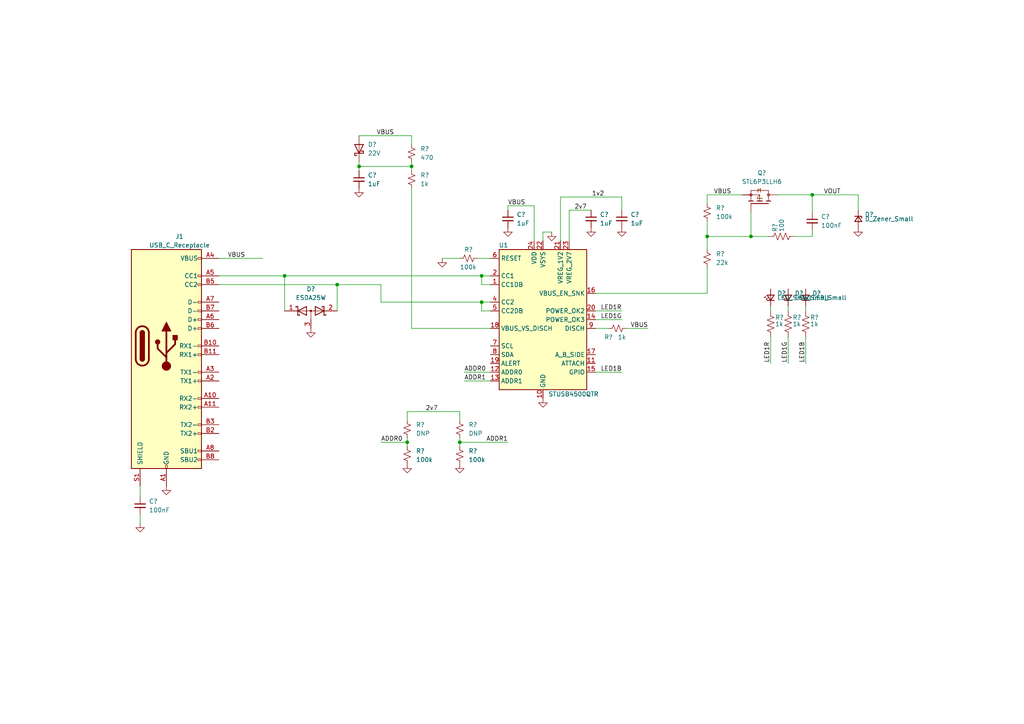
<source format=kicad_sch>
(kicad_sch (version 20201015) (generator eeschema)
  (paper "A4")
  (lib_symbols
    (symbol "Connector:USB_C_Receptacle" (pin_names (offset 1.016))
      (property "Reference" "J" (at -10.16 29.21 0))
      (property "Value" "USB_C_Receptacle" (at 10.16 29.21 0))
      (symbol "USB_C_Receptacle_0_0"
        (rectangle (start -0.254 -35.56) (end 0.254 -34.544))
        (rectangle (start 10.16 -32.766) (end 9.144 -33.274))
        (rectangle (start 10.16 -30.226) (end 9.144 -30.734))
        (rectangle (start 10.16 -25.146) (end 9.144 -25.654))
        (rectangle (start 10.16 -22.606) (end 9.144 -23.114))
        (rectangle (start 10.16 -17.526) (end 9.144 -18.034))
        (rectangle (start 10.16 -14.986) (end 9.144 -15.494))
        (rectangle (start 10.16 -9.906) (end 9.144 -10.414))
        (rectangle (start 10.16 -7.366) (end 9.144 -7.874))
        (rectangle (start 10.16 -2.286) (end 9.144 -2.794))
        (rectangle (start 10.16 0.254) (end 9.144 -0.254))
        (rectangle (start 10.16 5.334) (end 9.144 4.826))
        (rectangle (start 10.16 7.874) (end 9.144 7.366))
        (rectangle (start 10.16 10.414) (end 9.144 9.906))
        (rectangle (start 10.16 12.954) (end 9.144 12.446))
        (rectangle (start 10.16 18.034) (end 9.144 17.526))
        (rectangle (start 10.16 20.574) (end 9.144 20.066))
        (rectangle (start 10.16 25.654) (end 9.144 25.146))
      )
      (symbol "USB_C_Receptacle_0_1"
        (arc (start -8.89 -3.81) (end -5.08 -3.81) (radius (at -6.985 -3.81) (length 1.905) (angles -179.9 -0.1)) (stroke (width 0.508)))
        (arc (start -7.62 -3.81) (end -6.35 -3.81) (radius (at -6.985 -3.81) (length 0.635) (angles -179.9 -0.1)) (stroke (width 0.254)))
        (arc (start -7.62 -3.81) (end -6.35 -3.81) (radius (at -6.985 -3.81) (length 0.635) (angles -179.9 -0.1)) (stroke (width 0.254)) (fill (type outline)))
        (arc (start -6.35 3.81) (end -7.62 3.81) (radius (at -6.985 3.81) (length 0.635) (angles 0.1 179.9)) (stroke (width 0.254)) (fill (type outline)))
        (arc (start -6.35 3.81) (end -7.62 3.81) (radius (at -6.985 3.81) (length 0.635) (angles 0.1 179.9)) (stroke (width 0.254)))
        (arc (start -5.08 3.81) (end -8.89 3.81) (radius (at -6.985 3.81) (length 1.905) (angles 0.1 179.9)) (stroke (width 0.508)))
        (rectangle (start -10.16 27.94) (end 10.16 -35.56) (stroke (width 0.254)) (fill (type background)))
        (rectangle (start -7.62 -3.81) (end -6.35 3.81) (stroke (width 0.254)) (fill (type outline)))
        (polyline (pts (xy -8.89 -3.81) (xy -8.89 3.81)) (stroke (width 0.508)))
        (polyline (pts (xy -5.08 3.81) (xy -5.08 -3.81)) (stroke (width 0.508)))
      )
      (symbol "USB_C_Receptacle_1_1"
        (circle (center -2.54 1.143) (radius 0.635) (stroke (width 0.254)) (fill (type outline)))
        (circle (center 0 -5.842) (radius 1.27) (fill (type outline)))
        (rectangle (start 1.905 1.778) (end 3.175 3.048) (stroke (width 0.254)) (fill (type outline)))
        (polyline (pts (xy 0 -5.842) (xy 0 4.318)) (stroke (width 0.508)))
        (polyline (pts (xy 0 -3.302) (xy -2.54 -0.762) (xy -2.54 0.508)) (stroke (width 0.508)))
        (polyline (pts (xy 0 -2.032) (xy 2.54 0.508) (xy 2.54 1.778)) (stroke (width 0.508)))
        (polyline (pts (xy -1.27 4.318) (xy 0 6.858) (xy 1.27 4.318) (xy -1.27 4.318)) (stroke (width 0.254)) (fill (type outline)))
        (pin passive line (at 0 -40.64 90) (length 5.08) (name "GND") (number "A1"))
        (pin bidirectional line (at 15.24 -15.24 180) (length 5.08) (name "RX2-") (number "A10"))
        (pin bidirectional line (at 15.24 -17.78 180) (length 5.08) (name "RX2+") (number "A11"))
        (pin passive line (at 0 -40.64 90) (length 5.08) hide (name "GND") (number "A12"))
        (pin bidirectional line (at 15.24 -10.16 180) (length 5.08) (name "TX1+") (number "A2"))
        (pin bidirectional line (at 15.24 -7.62 180) (length 5.08) (name "TX1-") (number "A3"))
        (pin passive line (at 15.24 25.4 180) (length 5.08) (name "VBUS") (number "A4"))
        (pin bidirectional line (at 15.24 20.32 180) (length 5.08) (name "CC1") (number "A5"))
        (pin bidirectional line (at 15.24 7.62 180) (length 5.08) (name "D+") (number "A6"))
        (pin bidirectional line (at 15.24 12.7 180) (length 5.08) (name "D-") (number "A7"))
        (pin bidirectional line (at 15.24 -30.48 180) (length 5.08) (name "SBU1") (number "A8"))
        (pin passive line (at 15.24 25.4 180) (length 5.08) hide (name "VBUS") (number "A9"))
        (pin passive line (at 0 -40.64 90) (length 5.08) hide (name "GND") (number "B1"))
        (pin bidirectional line (at 15.24 0 180) (length 5.08) (name "RX1-") (number "B10"))
        (pin bidirectional line (at 15.24 -2.54 180) (length 5.08) (name "RX1+") (number "B11"))
        (pin passive line (at 0 -40.64 90) (length 5.08) hide (name "GND") (number "B12"))
        (pin bidirectional line (at 15.24 -25.4 180) (length 5.08) (name "TX2+") (number "B2"))
        (pin bidirectional line (at 15.24 -22.86 180) (length 5.08) (name "TX2-") (number "B3"))
        (pin passive line (at 15.24 25.4 180) (length 5.08) hide (name "VBUS") (number "B4"))
        (pin bidirectional line (at 15.24 17.78 180) (length 5.08) (name "CC2") (number "B5"))
        (pin bidirectional line (at 15.24 5.08 180) (length 5.08) (name "D+") (number "B6"))
        (pin bidirectional line (at 15.24 10.16 180) (length 5.08) (name "D-") (number "B7"))
        (pin bidirectional line (at 15.24 -33.02 180) (length 5.08) (name "SBU2") (number "B8"))
        (pin passive line (at 15.24 25.4 180) (length 5.08) hide (name "VBUS") (number "B9"))
        (pin passive line (at -7.62 -40.64 90) (length 5.08) (name "SHIELD") (number "S1"))
      )
    )
    (symbol "Device:C_Small" (pin_numbers hide) (pin_names (offset 0.254) hide)
      (property "Reference" "C" (at 0.254 1.778 0))
      (property "Value" "C_Small" (at 0.254 -2.032 0))
      (symbol "C_Small_0_1"
        (polyline (pts (xy -1.524 -0.508) (xy 1.524 -0.508)) (stroke (width 0.3302)))
        (polyline (pts (xy -1.524 0.508) (xy 1.524 0.508)) (stroke (width 0.3048)))
      )
      (symbol "C_Small_1_1"
        (pin passive line (at 0 2.54 270) (length 2.032) (name "~") (number "1"))
        (pin passive line (at 0 -2.54 90) (length 2.032) (name "~") (number "2"))
      )
    )
    (symbol "Device:D_Schottky" (pin_numbers hide) (pin_names (offset 1.016) hide)
      (property "Reference" "D" (at 0 2.54 0))
      (property "Value" "D_Schottky" (at 0 -2.54 0))
      (symbol "D_Schottky_0_1"
        (polyline (pts (xy 1.27 0) (xy -1.27 0)))
        (polyline (pts (xy 1.27 1.27) (xy 1.27 -1.27) (xy -1.27 0) (xy 1.27 1.27)) (stroke (width 0.254)))
        (polyline (pts (xy -1.905 0.635) (xy -1.905 1.27) (xy -1.27 1.27) (xy -1.27 -1.27) (xy -0.635 -1.27) (xy -0.635 -0.635)) (stroke (width 0.254)))
      )
      (symbol "D_Schottky_1_1"
        (pin passive line (at -3.81 0 0) (length 2.54) (name "K") (number "1"))
        (pin passive line (at 3.81 0 180) (length 2.54) (name "A") (number "2"))
      )
    )
    (symbol "Device:D_Schottky_Dual_CommonAnode_KKA" (pin_names (offset 0.762) hide)
      (property "Reference" "D" (at 1.27 -2.54 0))
      (property "Value" "D_Schottky_Dual_CommonAnode_KKA" (at 0 2.54 0))
      (symbol "D_Schottky_Dual_CommonAnode_KKA_0_1"
        (circle (center 0 0) (radius 0.254) (fill (type outline)))
        (polyline (pts (xy -3.556 0) (xy 3.81 0)))
        (polyline (pts (xy 0 0) (xy 0 -2.54)))
        (polyline (pts (xy -3.81 1.27) (xy -3.81 -1.27) (xy -3.81 -1.27)) (stroke (width 0.254)))
        (polyline (pts (xy 3.81 1.27) (xy 3.81 -1.27) (xy 3.81 -1.27)) (stroke (width 0.254)))
        (polyline (pts (xy -3.81 1.27) (xy -4.318 1.27) (xy -4.318 1.016) (xy -4.318 1.016)) (stroke (width 0.254)))
        (polyline (pts (xy 3.81 -1.27) (xy 4.318 -1.27) (xy 4.318 -1.016) (xy 4.318 -1.016)) (stroke (width 0.254)))
        (polyline (pts (xy 3.81 1.27) (xy 3.302 1.27) (xy 3.302 1.016) (xy 3.302 1.016)) (stroke (width 0.254)))
        (polyline (pts (xy -3.302 -1.016) (xy -3.302 -1.27) (xy -3.81 -1.27) (xy -3.81 -1.27) (xy -3.81 -1.27)) (stroke (width 0.254)))
        (polyline (pts (xy -1.27 -1.27) (xy -3.81 0) (xy -1.27 1.27) (xy -1.27 -1.27) (xy -1.27 -1.27) (xy -1.27 -1.27)) (stroke (width 0.254)))
        (polyline (pts (xy 1.27 1.27) (xy 3.81 0) (xy 1.27 -1.27) (xy 1.27 1.27) (xy 1.27 1.27) (xy 1.27 1.27)) (stroke (width 0.254)))
        (pin passive line (at -7.62 0 0) (length 3.81) (name "K") (number "1"))
        (pin passive line (at 7.62 0 180) (length 3.81) (name "K") (number "2"))
        (pin passive line (at 0 -5.08 90) (length 2.54) (name "A") (number "3"))
      )
    )
    (symbol "Device:D_Zener_Small" (pin_numbers hide) (pin_names (offset 0.254) hide)
      (property "Reference" "D" (at 0 2.286 0))
      (property "Value" "D_Zener_Small" (at 0 -2.286 0))
      (symbol "D_Zener_Small_0_1"
        (polyline (pts (xy 0.762 0) (xy -0.762 0)))
        (polyline (pts (xy -0.254 1.016) (xy -0.762 1.016) (xy -0.762 -1.016)) (stroke (width 0.254)))
        (polyline (pts (xy 0.762 1.016) (xy -0.762 0) (xy 0.762 -1.016) (xy 0.762 1.016)) (stroke (width 0.254)))
      )
      (symbol "D_Zener_Small_1_1"
        (pin passive line (at -2.54 0 0) (length 1.778) (name "K") (number "1"))
        (pin passive line (at 2.54 0 180) (length 1.778) (name "A") (number "2"))
      )
    )
    (symbol "Device:LED_Small" (pin_numbers hide) (pin_names (offset 0.254) hide)
      (property "Reference" "D" (at -1.27 3.175 0))
      (property "Value" "LED_Small" (at -4.445 -2.54 0))
      (symbol "LED_Small_0_1"
        (polyline (pts (xy -0.762 -1.016) (xy -0.762 1.016)) (stroke (width 0.254)))
        (polyline (pts (xy 1.016 0) (xy -0.762 0)))
        (polyline (pts (xy 0.762 -1.016) (xy -0.762 0) (xy 0.762 1.016) (xy 0.762 -1.016)) (stroke (width 0.254)))
        (polyline (pts (xy 0 0.762) (xy -0.508 1.27) (xy -0.254 1.27) (xy -0.508 1.27) (xy -0.508 1.016)))
        (polyline (pts (xy 0.508 1.27) (xy 0 1.778) (xy 0.254 1.778) (xy 0 1.778) (xy 0 1.524)))
      )
      (symbol "LED_Small_1_1"
        (pin passive line (at -2.54 0 0) (length 1.778) (name "K") (number "1"))
        (pin passive line (at 2.54 0 180) (length 1.778) (name "A") (number "2"))
      )
    )
    (symbol "Device:R_Small_US" (pin_numbers hide) (pin_names (offset 0.254) hide)
      (property "Reference" "R" (at 0.762 0.508 0))
      (property "Value" "R_Small_US" (at 0.762 -1.016 0))
      (symbol "R_Small_US_1_1"
        (polyline (pts (xy 0 0) (xy 1.016 -0.381) (xy 0 -0.762) (xy -1.016 -1.143) (xy 0 -1.524)))
        (polyline (pts (xy 0 1.524) (xy 1.016 1.143) (xy 0 0.762) (xy -1.016 0.381) (xy 0 0)))
        (pin passive line (at 0 2.54 270) (length 1.016) (name "~") (number "1"))
        (pin passive line (at 0 -2.54 90) (length 1.016) (name "~") (number "2"))
      )
    )
    (symbol "Device:R_US" (pin_numbers hide) (pin_names (offset 0))
      (property "Reference" "R" (at 2.54 0 90))
      (property "Value" "R_US" (at -2.54 0 90))
      (symbol "R_US_0_1"
        (polyline (pts (xy 0 -2.286) (xy 0 -2.54)))
        (polyline (pts (xy 0 2.286) (xy 0 2.54)))
        (polyline (pts (xy 0 -0.762) (xy 1.016 -1.143) (xy 0 -1.524) (xy -1.016 -1.905) (xy 0 -2.286)))
        (polyline (pts (xy 0 0.762) (xy 1.016 0.381) (xy 0 0) (xy -1.016 -0.381) (xy 0 -0.762)))
        (polyline (pts (xy 0 2.286) (xy 1.016 1.905) (xy 0 1.524) (xy -1.016 1.143) (xy 0 0.762)))
      )
      (symbol "R_US_1_1"
        (pin passive line (at 0 3.81 270) (length 1.27) (name "~") (number "1"))
        (pin passive line (at 0 -3.81 90) (length 1.27) (name "~") (number "2"))
      )
    )
    (symbol "Interface_USB:STUSB4500QTR"
      (property "Reference" "U" (at -12.7 21.59 0))
      (property "Value" "STUSB4500QTR" (at 8.89 -21.59 0))
      (symbol "STUSB4500QTR_0_1"
        (rectangle (start -12.7 20.32) (end 12.7 -20.32) (stroke (width 0.254)) (fill (type background)))
      )
      (symbol "STUSB4500QTR_1_1"
        (pin bidirectional line (at -15.24 10.16 0) (length 2.54) (name "CC1DB") (number "1"))
        (pin power_in line (at 0 -22.86 90) (length 2.54) (name "GND") (number "10"))
        (pin open_collector line (at 15.24 -12.7 180) (length 2.54) (name "ATTACH") (number "11"))
        (pin input line (at -15.24 -15.24 0) (length 2.54) (name "ADDR0") (number "12"))
        (pin input line (at -15.24 -17.78 0) (length 2.54) (name "ADDR1") (number "13"))
        (pin open_collector line (at 15.24 0 180) (length 2.54) (name "POWER_OK3") (number "14"))
        (pin open_collector line (at 15.24 -15.24 180) (length 2.54) (name "GPIO") (number "15"))
        (pin open_collector line (at 15.24 7.62 180) (length 2.54) (name "VBUS_EN_SNK") (number "16"))
        (pin open_collector line (at 15.24 -10.16 180) (length 2.54) (name "A_B_SIDE") (number "17"))
        (pin input line (at -15.24 -2.54 0) (length 2.54) (name "VBUS_VS_DISCH") (number "18"))
        (pin open_collector line (at -15.24 -12.7 0) (length 2.54) (name "ALERT") (number "19"))
        (pin bidirectional line (at -15.24 12.7 0) (length 2.54) (name "CC1") (number "2"))
        (pin open_collector line (at 15.24 2.54 180) (length 2.54) (name "POWER_OK2") (number "20"))
        (pin power_out line (at 5.08 22.86 270) (length 2.54) (name "VREG_1V2") (number "21"))
        (pin power_in line (at 0 22.86 270) (length 2.54) (name "VSYS") (number "22"))
        (pin power_out line (at 7.62 22.86 270) (length 2.54) (name "VREG_2V7") (number "23"))
        (pin power_in line (at -2.54 22.86 270) (length 2.54) (name "VDD") (number "24"))
        (pin passive line (at 0 -22.86 90) (length 2.54) hide (name "GND") (number "25"))
        (pin unconnected line (at -12.7 15.24 0) (length 2.54) hide (name "NC") (number "3"))
        (pin bidirectional line (at -15.24 5.08 0) (length 2.54) (name "CC2") (number "4"))
        (pin bidirectional line (at -15.24 2.54 0) (length 2.54) (name "CC2DB") (number "5"))
        (pin input line (at -15.24 17.78 0) (length 2.54) (name "RESET") (number "6"))
        (pin input line (at -15.24 -7.62 0) (length 2.54) (name "SCL") (number "7"))
        (pin bidirectional line (at -15.24 -10.16 0) (length 2.54) (name "SDA") (number "8"))
        (pin bidirectional line (at 15.24 -2.54 180) (length 2.54) (name "DISCH") (number "9"))
      )
    )
    (symbol "STFET:STL6P3LLH6" (pin_numbers hide) (pin_names (offset 1.016) hide)
      (property "Reference" "Q" (at -8.89 3.81 0))
      (property "Value" "STL6P3LLH6" (at -8.89 -6.35 0))
      (symbol "STL6P3LLH6_0_0"
        (circle (center 2.54 2.54) (radius 0.3556))
        (circle (center 2.54 -2.54) (radius 0.3556))
        (polyline (pts (xy 0.762 -0.762) (xy 0.762 0)) (stroke (width 0.254)))
        (polyline (pts (xy 0.762 0) (xy 0.762 0.762)) (stroke (width 0.254)))
        (polyline (pts (xy 0.762 -3.175) (xy 0.762 -2.54)) (stroke (width 0.254)))
        (polyline (pts (xy 0.762 -2.54) (xy 0.762 -1.905)) (stroke (width 0.254)))
        (polyline (pts (xy 0.762 0) (xy 2.54 0)) (stroke (width 0.1524)))
        (polyline (pts (xy 2.54 0) (xy 2.54 2.54)) (stroke (width 0.1524)))
        (polyline (pts (xy 0.762 1.905) (xy 0.762 2.54)) (stroke (width 0.254)))
        (polyline (pts (xy 0.762 2.54) (xy 0.762 3.175)) (stroke (width 0.254)))
        (polyline (pts (xy 0 -2.54) (xy 0 2.54)) (stroke (width 0.254)))
        (polyline (pts (xy 2.54 2.54) (xy 0.762 2.54)) (stroke (width 0.1524)))
        (polyline (pts (xy 3.81 -2.54) (xy 3.81 0.508)) (stroke (width 0.1524)))
        (polyline (pts (xy 3.81 0.508) (xy 3.81 2.54)) (stroke (width 0.1524)))
        (polyline (pts (xy 2.54 2.54) (xy 3.81 2.54)) (stroke (width 0.1524)))
        (polyline (pts (xy 0.762 -2.54) (xy 3.81 -2.54)) (stroke (width 0.1524)))
        (polyline (pts (xy 3.302 0.508) (xy 3.81 0.508)) (stroke (width 0.1524)))
        (polyline (pts (xy 3.81 0.508) (xy 4.318 0.508)) (stroke (width 0.1524)))
        (polyline (pts (xy 3.81 0.508) (xy 4.318 -0.254) (xy 3.302 -0.254)) (stroke (width 0.1524)) (fill (type background)))
        (polyline (pts (xy 2.54 0) (xy 1.524 0.762) (xy 1.524 -0.762)) (stroke (width 0.1524)) (fill (type background)))
        (pin passive line (at 2.54 5.08 270) (length 2.54) (name "~") (number "1"))
        (pin passive line (at 2.54 5.08 270) (length 2.54) (name "~") (number "2"))
        (pin passive line (at 2.54 5.08 270) (length 2.54) (name "~") (number "3"))
        (pin passive line (at -2.54 2.54 0) (length 2.54) (name "~") (number "4"))
        (pin passive line (at 2.54 -5.08 90) (length 2.54) (name "~") (number "5_8"))
      )
    )
    (symbol "power:GND" (power) (pin_names (offset 0))
      (property "Value" "GND" (at 0 -3.81 0))
      (symbol "GND_0_1"
        (polyline (pts (xy 0 0) (xy 0 -1.27) (xy 1.27 -1.27) (xy 0 -2.54) (xy -1.27 -1.27) (xy 0 -1.27)))
      )
      (symbol "GND_1_1"
        (pin power_in line (at 0 0 270) (length 0) hide (name "GND") (number "1"))
      )
    )
  )
  (junction (at 82.55 80.01) (diameter 0.9144))
  (junction (at 97.79 82.55) (diameter 0.9144))
  (junction (at 104.14 48.26) (diameter 0.9144))
  (junction (at 118.11 128.27) (diameter 0.9144))
  (junction (at 119.38 48.26) (diameter 0.9144))
  (junction (at 133.35 128.27) (diameter 0.9144))
  (junction (at 139.7 80.01) (diameter 0.9144))
  (junction (at 139.7 87.63) (diameter 0.9144))
  (junction (at 205.105 68.58) (diameter 0.9144))
  (junction (at 217.805 68.58) (diameter 0.9144))
  (junction (at 235.585 56.515) (diameter 0.9144))
  (wire (pts (xy 40.64 140.97) (xy 40.64 144.145)))
  (wire (pts (xy 40.64 149.225) (xy 40.64 151.765)))
  (wire (pts (xy 63.5 74.93) (xy 76.2 74.93)))
  (wire (pts (xy 63.5 80.01) (xy 82.55 80.01)))
  (wire (pts (xy 63.5 82.55) (xy 97.79 82.55)))
  (wire (pts (xy 82.55 80.01) (xy 82.55 90.17)))
  (wire (pts (xy 82.55 80.01) (xy 139.7 80.01)))
  (wire (pts (xy 97.79 82.55) (xy 97.79 90.17)))
  (wire (pts (xy 97.79 82.55) (xy 110.49 82.55)))
  (wire (pts (xy 104.14 39.37) (xy 119.38 39.37)))
  (wire (pts (xy 104.14 46.99) (xy 104.14 48.26)))
  (wire (pts (xy 104.14 48.26) (xy 104.14 49.53)))
  (wire (pts (xy 104.14 48.26) (xy 119.38 48.26)))
  (wire (pts (xy 110.49 87.63) (xy 110.49 82.55)))
  (wire (pts (xy 110.49 128.27) (xy 118.11 128.27)))
  (wire (pts (xy 118.11 119.38) (xy 118.11 121.92)))
  (wire (pts (xy 118.11 119.38) (xy 133.35 119.38)))
  (wire (pts (xy 118.11 127) (xy 118.11 128.27)))
  (wire (pts (xy 118.11 128.27) (xy 118.11 129.54)))
  (wire (pts (xy 119.38 39.37) (xy 119.38 41.91)))
  (wire (pts (xy 119.38 46.99) (xy 119.38 48.26)))
  (wire (pts (xy 119.38 48.26) (xy 119.38 49.53)))
  (wire (pts (xy 119.38 54.61) (xy 119.38 95.25)))
  (wire (pts (xy 119.38 95.25) (xy 142.24 95.25)))
  (wire (pts (xy 128.27 74.93) (xy 133.35 74.93)))
  (wire (pts (xy 133.35 119.38) (xy 133.35 121.92)))
  (wire (pts (xy 133.35 127) (xy 133.35 128.27)))
  (wire (pts (xy 133.35 128.27) (xy 133.35 129.54)))
  (wire (pts (xy 133.35 128.27) (xy 147.32 128.27)))
  (wire (pts (xy 134.62 107.95) (xy 142.24 107.95)))
  (wire (pts (xy 134.62 110.49) (xy 142.24 110.49)))
  (wire (pts (xy 138.43 74.93) (xy 142.24 74.93)))
  (wire (pts (xy 139.7 80.01) (xy 139.7 82.55)))
  (wire (pts (xy 139.7 80.01) (xy 142.24 80.01)))
  (wire (pts (xy 139.7 87.63) (xy 110.49 87.63)))
  (wire (pts (xy 139.7 87.63) (xy 139.7 90.17)))
  (wire (pts (xy 142.24 82.55) (xy 139.7 82.55)))
  (wire (pts (xy 142.24 87.63) (xy 139.7 87.63)))
  (wire (pts (xy 142.24 90.17) (xy 139.7 90.17)))
  (wire (pts (xy 147.32 59.69) (xy 147.32 60.96)))
  (wire (pts (xy 147.32 59.69) (xy 154.94 59.69)))
  (wire (pts (xy 154.94 69.85) (xy 154.94 59.69)))
  (wire (pts (xy 157.48 67.31) (xy 160.02 67.31)))
  (wire (pts (xy 157.48 69.85) (xy 157.48 67.31)))
  (wire (pts (xy 162.56 57.15) (xy 180.34 57.15)))
  (wire (pts (xy 162.56 69.85) (xy 162.56 57.15)))
  (wire (pts (xy 165.1 60.96) (xy 171.45 60.96)))
  (wire (pts (xy 165.1 69.85) (xy 165.1 60.96)))
  (wire (pts (xy 172.72 85.09) (xy 205.105 85.09)))
  (wire (pts (xy 172.72 90.17) (xy 180.34 90.17)))
  (wire (pts (xy 172.72 92.71) (xy 180.34 92.71)))
  (wire (pts (xy 172.72 95.25) (xy 176.53 95.25)))
  (wire (pts (xy 172.72 107.95) (xy 180.34 107.95)))
  (wire (pts (xy 180.34 57.15) (xy 180.34 60.96)))
  (wire (pts (xy 181.61 95.25) (xy 187.96 95.25)))
  (wire (pts (xy 205.105 56.515) (xy 205.105 59.055)))
  (wire (pts (xy 205.105 56.515) (xy 215.265 56.515)))
  (wire (pts (xy 205.105 64.135) (xy 205.105 68.58)))
  (wire (pts (xy 205.105 68.58) (xy 205.105 72.39)))
  (wire (pts (xy 205.105 68.58) (xy 217.805 68.58)))
  (wire (pts (xy 205.105 77.47) (xy 205.105 85.09)))
  (wire (pts (xy 217.805 61.595) (xy 217.805 68.58)))
  (wire (pts (xy 217.805 68.58) (xy 222.885 68.58)))
  (wire (pts (xy 223.52 88.9) (xy 223.52 90.17)))
  (wire (pts (xy 223.52 97.79) (xy 223.52 105.41)))
  (wire (pts (xy 225.425 56.515) (xy 235.585 56.515)))
  (wire (pts (xy 228.6 88.9) (xy 228.6 90.17)))
  (wire (pts (xy 228.6 97.79) (xy 228.6 105.41)))
  (wire (pts (xy 233.68 88.9) (xy 233.68 90.17)))
  (wire (pts (xy 233.68 97.79) (xy 233.68 105.41)))
  (wire (pts (xy 235.585 56.515) (xy 235.585 61.595)))
  (wire (pts (xy 235.585 56.515) (xy 248.92 56.515)))
  (wire (pts (xy 235.585 66.675) (xy 235.585 68.58)))
  (wire (pts (xy 235.585 68.58) (xy 230.505 68.58)))
  (wire (pts (xy 248.92 56.515) (xy 248.92 60.96)))
  (label "VBUS" (at 71.12 74.93 180))
  (label "VBUS" (at 109.22 39.37 0))
  (label "ADDR0" (at 110.49 128.27 0))
  (label "2v7" (at 127 119.38 180))
  (label "ADDR0" (at 140.97 107.95 180))
  (label "ADDR1" (at 140.97 110.49 180))
  (label "ADDR1" (at 147.32 128.27 180))
  (label "VBUS" (at 152.4 59.69 180))
  (label "2v7" (at 170.18 60.96 180))
  (label "1v2" (at 175.26 57.15 180))
  (label "LED1R" (at 180.34 90.17 180))
  (label "LED1G" (at 180.34 92.71 180))
  (label "LED1B" (at 180.34 107.95 180))
  (label "VBUS" (at 187.96 95.25 180))
  (label "VBUS" (at 207.01 56.515 0))
  (label "LED1R" (at 223.52 99.06 270))
  (label "LED1G" (at 228.6 99.06 270))
  (label "LED1B" (at 233.68 99.06 270))
  (label "VOUT" (at 243.84 56.515 180))
  (symbol (lib_id "power:GND") (at 40.64 151.765 0) (unit 1)
    (property "Reference" "#PWR?" (effects hide))
    (property "Value" "GND" (effects hide))
  )
  (symbol (lib_id "power:GND") (at 48.26 140.97 0) (unit 1)
    (property "Reference" "#PWR?" (effects hide))
    (property "Value" "GND" (effects hide))
  )
  (symbol (lib_id "power:GND") (at 90.17 95.25 0) (unit 1)
    (property "Reference" "#PWR?" (effects hide))
    (property "Value" "GND" (effects hide))
  )
  (symbol (lib_id "power:GND") (at 104.14 54.61 0) (unit 1)
    (property "Reference" "#PWR?" (effects hide))
    (property "Value" "GND" (effects hide))
  )
  (symbol (lib_id "power:GND") (at 118.11 134.62 0) (unit 1)
    (property "Reference" "#PWR?" (effects hide))
    (property "Value" "GND" (effects hide))
  )
  (symbol (lib_id "power:GND") (at 128.27 74.93 0) (unit 1)
    (property "Reference" "#PWR?" (effects hide))
    (property "Value" "GND" (effects hide))
  )
  (symbol (lib_id "power:GND") (at 133.35 134.62 0) (unit 1)
    (property "Reference" "#PWR?" (effects hide))
    (property "Value" "GND" (effects hide))
  )
  (symbol (lib_id "power:GND") (at 147.32 66.04 0) (unit 1)
    (property "Reference" "#PWR?" (effects hide))
    (property "Value" "GND" (effects hide))
  )
  (symbol (lib_id "power:GND") (at 157.48 115.57 0) (unit 1)
    (property "Reference" "#PWR?" (effects hide))
    (property "Value" "GND" (effects hide))
  )
  (symbol (lib_id "power:GND") (at 160.02 67.31 0) (unit 1)
    (property "Reference" "#PWR?" (effects hide))
    (property "Value" "GND" (effects hide))
  )
  (symbol (lib_id "power:GND") (at 171.45 66.04 0) (unit 1)
    (property "Reference" "#PWR?" (effects hide))
    (property "Value" "GND" (effects hide))
  )
  (symbol (lib_id "power:GND") (at 180.34 66.04 0) (unit 1)
    (property "Reference" "#PWR?" (effects hide))
    (property "Value" "GND" (effects hide))
  )
  (symbol (lib_id "power:GND") (at 248.92 66.04 0) (unit 1)
    (property "Reference" "#PWR?" (effects hide))
    (property "Value" "GND" (effects hide))
  )
  (symbol (lib_id "Device:R_Small_US") (at 118.11 124.46 0) (unit 1)
    (property "Reference" "R?" (at 120.65 123.19 0) (effects (justify left)))
    (property "Value" "DNP" (at 120.65 125.73 0) (effects (justify left)))
  )
  (symbol (lib_id "Device:R_Small_US") (at 118.11 132.08 0) (unit 1)
    (property "Reference" "R?" (at 120.65 130.81 0) (effects (justify left)))
    (property "Value" "100k" (at 120.65 133.35 0) (effects (justify left)))
  )
  (symbol (lib_id "Device:R_Small_US") (at 119.38 44.45 0) (unit 1)
    (property "Reference" "R?" (at 121.92 43.18 0) (effects (justify left)))
    (property "Value" "470" (at 121.92 45.72 0) (effects (justify left)))
  )
  (symbol (lib_id "Device:R_Small_US") (at 119.38 52.07 0) (unit 1)
    (property "Reference" "R?" (at 121.92 50.8 0) (effects (justify left)))
    (property "Value" "1k" (at 121.92 53.34 0) (effects (justify left)))
  )
  (symbol (lib_id "Device:R_Small_US") (at 133.35 124.46 0) (unit 1)
    (property "Reference" "R?" (at 135.89 123.19 0) (effects (justify left)))
    (property "Value" "DNP" (at 135.89 125.73 0) (effects (justify left)))
  )
  (symbol (lib_id "Device:R_Small_US") (at 133.35 132.08 0) (unit 1)
    (property "Reference" "R?" (at 135.89 130.81 0) (effects (justify left)))
    (property "Value" "100k" (at 135.89 133.35 0) (effects (justify left)))
  )
  (symbol (lib_id "Device:R_Small_US") (at 135.89 74.93 270) (unit 1)
    (property "Reference" "R?" (at 134.62 72.39 90) (effects (justify left)))
    (property "Value" "100k" (at 133.35 77.47 90) (effects (justify left)))
  )
  (symbol (lib_id "Device:R_Small_US") (at 179.07 95.25 90) (unit 1)
    (property "Reference" "R?" (at 177.8 97.79 90) (effects (justify left)))
    (property "Value" "1k" (at 181.61 97.79 90) (effects (justify left)))
  )
  (symbol (lib_id "Device:R_Small_US") (at 205.105 61.595 0) (unit 1)
    (property "Reference" "R?" (at 207.645 60.325 0) (effects (justify left)))
    (property "Value" "100k" (at 207.645 62.865 0) (effects (justify left)))
  )
  (symbol (lib_id "Device:R_Small_US") (at 205.105 74.93 0) (unit 1)
    (property "Reference" "R?" (at 207.645 73.66 0) (effects (justify left)))
    (property "Value" "22k" (at 207.645 76.2 0) (effects (justify left)))
  )
  (symbol (lib_id "Device:D_Zener_Small") (at 248.92 63.5 270) (unit 1)
    (property "Reference" "D?" (at 250.825 62.23 90) (effects (justify left)))
    (property "Value" "D_Zener_Small" (at 250.825 63.5 90) (effects (justify left)))
  )
  (symbol (lib_id "Device:R_US") (at 223.52 93.98 0) (unit 1)
    (property "Reference" "R?" (at 224.79 92.075 0) (effects (justify left)))
    (property "Value" "1k" (at 224.79 93.98 0) (effects (justify left)))
    (property "Footprint" "Resistor_SMD:R_0402_1005Metric_Pad0.72x0.64mm_HandSolder" (effects hide))
  )
  (symbol (lib_id "Device:R_US") (at 226.695 68.58 90) (unit 1)
    (property "Reference" "R?" (at 224.79 67.31 0) (effects (justify left)))
    (property "Value" "100" (at 226.695 67.31 0) (effects (justify left)))
    (property "Footprint" "Resistor_SMD:R_0402_1005Metric_Pad0.72x0.64mm_HandSolder" (effects hide))
  )
  (symbol (lib_id "Device:R_US") (at 228.6 93.98 0) (unit 1)
    (property "Reference" "R?" (at 229.87 92.075 0) (effects (justify left)))
    (property "Value" "1k" (at 229.87 93.98 0) (effects (justify left)))
    (property "Footprint" "Resistor_SMD:R_0402_1005Metric_Pad0.72x0.64mm_HandSolder" (effects hide))
  )
  (symbol (lib_id "Device:R_US") (at 233.68 93.98 0) (unit 1)
    (property "Reference" "R?" (at 234.95 92.075 0) (effects (justify left)))
    (property "Value" "1k" (at 234.95 93.98 0) (effects (justify left)))
    (property "Footprint" "Resistor_SMD:R_0402_1005Metric_Pad0.72x0.64mm_HandSolder" (effects hide))
  )
  (symbol (lib_id "Device:LED_Small") (at 223.52 86.36 90) (unit 1)
    (property "Reference" "D?" (at 225.425 85.09 90) (effects (justify right)))
    (property "Value" "LED_Small" (at 225.425 86.36 90) (effects (justify right)))
  )
  (symbol (lib_id "Device:LED_Small") (at 228.6 86.36 90) (unit 1)
    (property "Reference" "D?" (at 230.505 85.09 90) (effects (justify right)))
    (property "Value" "LED_Small" (at 230.505 86.36 90) (effects (justify right)))
  )
  (symbol (lib_id "Device:LED_Small") (at 233.68 86.36 90) (unit 1)
    (property "Reference" "D?" (at 235.585 85.09 90) (effects (justify right)))
    (property "Value" "LED_Small" (at 235.585 86.36 90) (effects (justify right)))
  )
  (symbol (lib_id "Device:C_Small") (at 40.64 146.685 0) (unit 1)
    (property "Reference" "C?" (at 43.18 145.415 0) (effects (justify left)))
    (property "Value" "100nF" (at 43.18 147.955 0) (effects (justify left)))
  )
  (symbol (lib_id "Device:C_Small") (at 104.14 52.07 0) (unit 1)
    (property "Reference" "C?" (at 106.68 50.8 0) (effects (justify left)))
    (property "Value" "1uF" (at 106.68 53.34 0) (effects (justify left)))
  )
  (symbol (lib_id "Device:C_Small") (at 147.32 63.5 0) (unit 1)
    (property "Reference" "C?" (at 149.86 62.23 0) (effects (justify left)))
    (property "Value" "1uF" (at 149.86 64.77 0) (effects (justify left)))
  )
  (symbol (lib_id "Device:C_Small") (at 171.45 63.5 0) (unit 1)
    (property "Reference" "C?" (at 173.99 62.23 0) (effects (justify left)))
    (property "Value" "1uF" (at 173.99 64.77 0) (effects (justify left)))
  )
  (symbol (lib_id "Device:C_Small") (at 180.34 63.5 0) (unit 1)
    (property "Reference" "C?" (at 182.88 62.23 0) (effects (justify left)))
    (property "Value" "1uF" (at 182.88 64.77 0) (effects (justify left)))
  )
  (symbol (lib_id "Device:C_Small") (at 235.585 64.135 0) (unit 1)
    (property "Reference" "C?" (at 238.125 62.865 0) (effects (justify left)))
    (property "Value" "100nF" (at 238.125 65.405 0) (effects (justify left)))
  )
  (symbol (lib_id "Device:D_Schottky") (at 104.14 43.18 90) (unit 1)
    (property "Reference" "D?" (at 106.68 41.91 90) (effects (justify right)))
    (property "Value" "22V" (at 106.68 44.45 90) (effects (justify right)))
    (property "Footprint" "Diode_SMD:D_SMA-SMB_Universal_Handsoldering" (effects hide))
  )
  (symbol (lib_id "STFET:STL6P3LLH6") (at 220.345 59.055 90) (unit 1)
    (property "Reference" "Q?" (at 220.98 50.165 90))
    (property "Value" "STL6P3LLH6" (at 220.98 52.705 90))
    (property "Footprint" "TRANS_STL6P3LLH6" (effects hide))
    (property "MANUFACTURER" "STMicroelectronics" (effects hide))
    (property "MAXIMUM_PACKAGE_HEIGHT" "0.9 mm" (effects hide))
    (property "STANDARD" "Manufacturer Recommendations" (effects hide))
    (property "PARTREV" "4" (effects hide))
  )
  (symbol (lib_id "Device:D_Schottky_Dual_CommonAnode_KKA") (at 90.17 90.17 0) (unit 1)
    (property "Reference" "D?" (at 90.17 83.82 0))
    (property "Value" "ESDA25W" (at 90.17 86.36 0))
  )
  (symbol (lib_id "Interface_USB:STUSB4500QTR") (at 157.48 92.71 0) (unit 1)
    (property "Reference" "U1" (at 146.05 71.12 0))
    (property "Value" "STUSB4500QTR" (at 166.37 114.3 0))
    (property "Footprint" "Package_DFN_QFN:QFN-24-1EP_4x4mm_P0.5mm_EP2.7x2.7mm" (effects hide))
    (property "Datasheet" "https://www.st.com/resource/en/datasheet/stusb4500.pdf" (effects hide))
  )
  (symbol (lib_id "Connector:USB_C_Receptacle") (at 48.26 100.33 0) (unit 1)
    (property "Reference" "J1" (at 52.07 68.58 0))
    (property "Value" "USB_C_Receptacle" (at 52.07 71.12 0))
    (property "Footprint" "Connector_USB:USB_C_Receptacle_GCT_USB4085" (effects hide))
    (property "Datasheet" "https://www.usb.org/sites/default/files/documents/usb_type-c.zip" (effects hide))
  )
)
</source>
